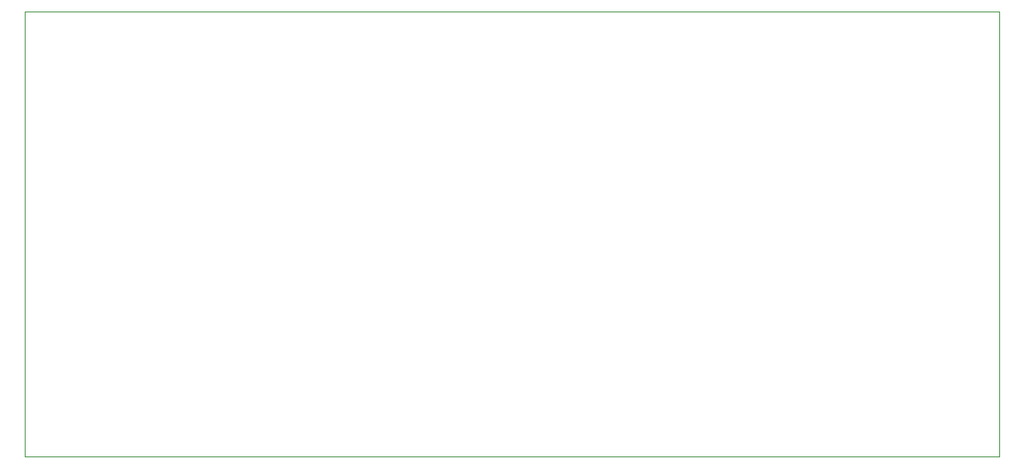
<source format=gbr>
G04 #@! TF.FileFunction,Profile,NP*
%FSLAX46Y46*%
G04 Gerber Fmt 4.6, Leading zero omitted, Abs format (unit mm)*
G04 Created by KiCad (PCBNEW (2015-03-23 BZR 5531)-product) date Tue 31 Mar 2015 22:50:38 CEST*
%MOMM*%
G01*
G04 APERTURE LIST*
%ADD10C,0.150000*%
%ADD11C,0.100000*%
G04 APERTURE END LIST*
D10*
D11*
X277000000Y-160000000D02*
X177000000Y-160000000D01*
X277000000Y-114300000D02*
X277000000Y-160000000D01*
X177000000Y-114270000D02*
X277000000Y-114270000D01*
X177000000Y-160000000D02*
X177000000Y-114300000D01*
M02*

</source>
